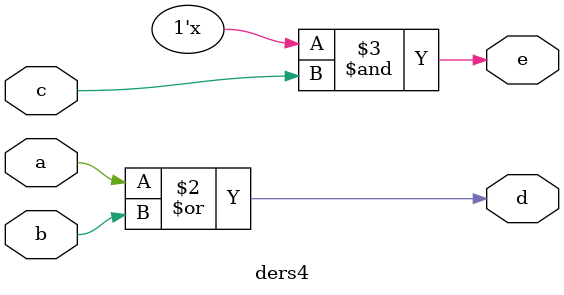
<source format=v>
`timescale 1ns / 1ps


module ders4(
input a,b,c, output reg d,e
    );
    initial d = 0;
    always @ (a, b, c) // sadece a deðiþtiðinde yap
    begin
    
   // d = a | b; //Blocking
    // e = d & c;
    
    d <= a | b; //non Blocking
    e <= d & c;
    end
endmodule

</source>
